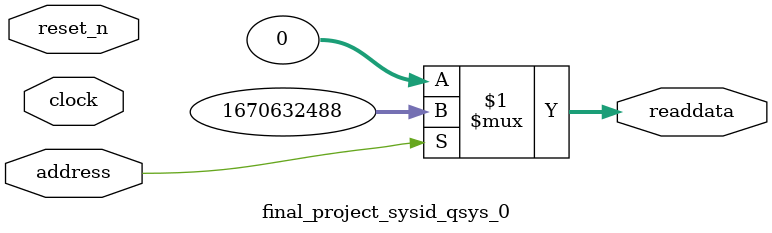
<source format=v>



// synthesis translate_off
`timescale 1ns / 1ps
// synthesis translate_on

// turn off superfluous verilog processor warnings 
// altera message_level Level1 
// altera message_off 10034 10035 10036 10037 10230 10240 10030 

module final_project_sysid_qsys_0 (
               // inputs:
                address,
                clock,
                reset_n,

               // outputs:
                readdata
             )
;

  output  [ 31: 0] readdata;
  input            address;
  input            clock;
  input            reset_n;

  wire    [ 31: 0] readdata;
  //control_slave, which is an e_avalon_slave
  assign readdata = address ? 1670632488 : 0;

endmodule



</source>
